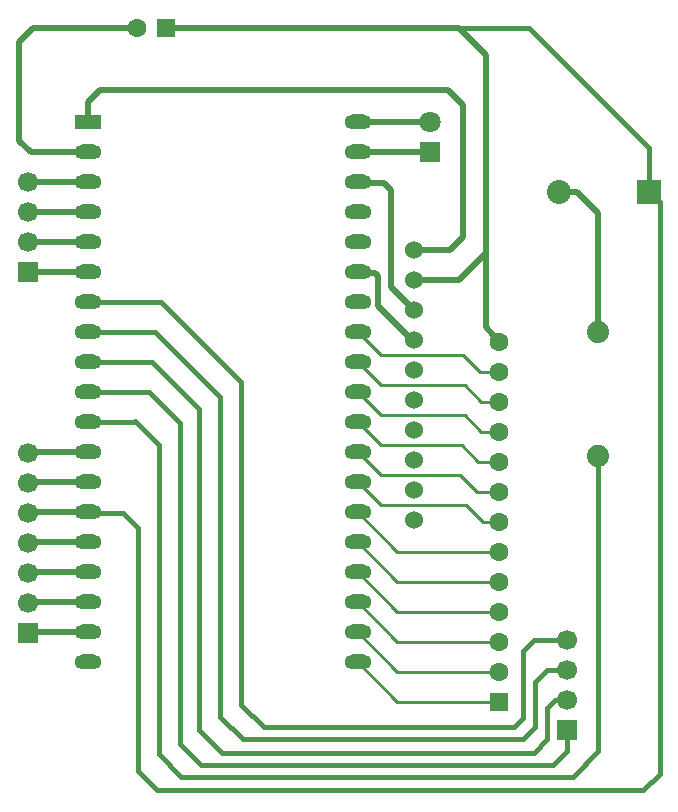
<source format=gbl>
G04 Layer: BottomLayer*
G04 EasyEDA v6.5.23, 2023-06-13 11:48:38*
G04 e563b856323e489fb497cbcb29ae2dd2,10*
G04 Gerber Generator version 0.2*
G04 Scale: 100 percent, Rotated: No, Reflected: No *
G04 Dimensions in millimeters *
G04 leading zeros omitted , absolute positions ,4 integer and 5 decimal *
%FSLAX45Y45*%
%MOMM*%

%ADD10C,0.4000*%
%ADD11C,0.5000*%
%ADD12C,0.2200*%
%ADD13C,1.5240*%
%ADD14C,1.8796*%
%ADD15R,2.0320X2.0320*%
%ADD16C,2.0320*%
%ADD17R,2.2860X1.2700*%
%ADD18O,2.286X1.27*%
%ADD19C,1.6000*%
%ADD20R,1.6000X1.6000*%
%ADD21R,1.7000X1.7000*%
%ADD22C,1.7000*%
%ADD23R,1.8000X1.8000*%
%ADD24C,1.8000*%

%LPD*%
D10*
X756920Y2506979D02*
G01*
X762000Y2501900D01*
X1054100Y2501900D01*
X1181100Y2374900D01*
X1181100Y317500D01*
X1346200Y152400D01*
X5461000Y152400D01*
X5600700Y292100D01*
X5600700Y5130800D01*
X5511800Y5219700D01*
X5080000Y2980207D02*
G01*
X5080000Y482600D01*
X4864100Y266700D01*
X1549400Y266700D01*
X1358900Y457200D01*
X1358900Y3073400D01*
X1155700Y3276600D01*
X1148079Y3268979D01*
X756920Y3268979D01*
D11*
X5080000Y4030192D02*
G01*
X5080000Y5041900D01*
X4902200Y5219700D01*
X4750793Y5219700D01*
D10*
X756920Y3522979D02*
G01*
X1277620Y3522979D01*
X1536700Y3263900D01*
X1536700Y546100D01*
X1714500Y368300D01*
X4699000Y368300D01*
X4813300Y482600D01*
X4813300Y660400D01*
X756920Y3776979D02*
G01*
X1303020Y3776979D01*
X1701800Y3378200D01*
X1701800Y660400D01*
X1892300Y469900D01*
X4533900Y469900D01*
X4648200Y584200D01*
X4648200Y850900D01*
X4711700Y914400D01*
X4813325Y914400D01*
X756920Y4030979D02*
G01*
X1328420Y4030979D01*
X1879600Y3479800D01*
X1879600Y774700D01*
X2070100Y584200D01*
X4445000Y584200D01*
X4546600Y685800D01*
X4546600Y1066800D01*
X4648200Y1168400D01*
X4813325Y1168400D01*
X756920Y4284979D02*
G01*
X1379220Y4284979D01*
X2057400Y3606800D01*
X2057400Y876300D01*
X2247900Y685800D01*
X4368800Y685800D01*
X4445000Y762000D01*
X4445000Y1333500D01*
X4533900Y1422400D01*
X4813325Y1422400D01*
D11*
X756920Y5554979D02*
G01*
X274320Y5554979D01*
X177800Y5651500D01*
X177800Y6489700D01*
X292100Y6604000D01*
X1175004Y6604000D01*
X1424990Y6604000D02*
G01*
X3898900Y6604000D01*
X4127500Y6375400D01*
X4127500Y4699000D01*
X3899408Y4470907D01*
X3519931Y4470907D01*
D10*
X5511800Y5219700D02*
G01*
X5511800Y5588000D01*
X4495800Y6604000D01*
X3632200Y6604000D01*
D11*
X250012Y3011995D02*
G01*
X252996Y3014979D01*
X756996Y3014979D01*
X249986Y1487995D02*
G01*
X252971Y1490979D01*
X756996Y1490979D01*
X250012Y1741995D02*
G01*
X252996Y1744979D01*
X756996Y1744979D01*
X250012Y1995995D02*
G01*
X252996Y1998979D01*
X756996Y1998979D01*
X250012Y2249995D02*
G01*
X252996Y2252979D01*
X756996Y2252979D01*
X250012Y2503995D02*
G01*
X252996Y2506979D01*
X756996Y2506979D01*
X250012Y2757995D02*
G01*
X252996Y2760979D01*
X756996Y2760979D01*
X756996Y4538979D02*
G01*
X751987Y4543988D01*
X249986Y4543988D01*
X756996Y4792979D02*
G01*
X255021Y4792979D01*
X250012Y4797988D01*
X756996Y5046979D02*
G01*
X255021Y5046979D01*
X250012Y5051988D01*
X756996Y5300979D02*
G01*
X255021Y5300979D01*
X250012Y5305988D01*
X266725Y5308600D02*
G01*
X274335Y5300990D01*
D12*
X3042996Y4030992D02*
G01*
X3238588Y3835400D01*
X3937000Y3835400D01*
X4076700Y3695700D01*
X4241800Y3695700D01*
X3042996Y3776992D02*
G01*
X3238588Y3581400D01*
X3949700Y3581400D01*
X4089400Y3441700D01*
X4241800Y3441700D01*
X3042996Y3522992D02*
G01*
X3238588Y3327400D01*
X3949700Y3327400D01*
X4089400Y3187700D01*
X4241800Y3187700D01*
X3042996Y3268992D02*
G01*
X3238588Y3073400D01*
X3924300Y3073400D01*
X4064000Y2933700D01*
X4241800Y2933700D01*
X3042996Y3014992D02*
G01*
X3238588Y2819400D01*
X3911600Y2819400D01*
X4051300Y2679700D01*
X4241800Y2679700D01*
X3042996Y2760992D02*
G01*
X3238588Y2565400D01*
X3962400Y2565400D01*
X4102100Y2425700D01*
X4241800Y2425700D01*
X3042996Y2506992D02*
G01*
X3378288Y2171700D01*
X4241800Y2171700D01*
X3042996Y2252992D02*
G01*
X3378288Y1917700D01*
X4241800Y1917700D01*
X3042996Y1998992D02*
G01*
X3378288Y1663700D01*
X4241800Y1663700D01*
X3042996Y1744992D02*
G01*
X3378288Y1409700D01*
X4241800Y1409700D01*
X3042996Y1490992D02*
G01*
X3378288Y1155700D01*
X4241800Y1155700D01*
X3042996Y1236992D02*
G01*
X3378288Y901700D01*
X4241800Y901700D01*
D11*
X4241800Y3949700D02*
G01*
X4127500Y4076700D01*
X4127500Y4699000D01*
X756920Y5808979D02*
G01*
X762000Y5814060D01*
X762000Y5981700D01*
X863600Y6083300D01*
X3810000Y6083300D01*
X3937000Y5956300D01*
X3937000Y4838700D01*
X3823208Y4724907D01*
X3519931Y4724907D01*
X3042996Y4538992D02*
G01*
X3048088Y4533900D01*
X3187700Y4533900D01*
X3213100Y4508500D01*
X3213100Y4254500D01*
X3504618Y3962981D01*
X3519980Y3962981D01*
X3042996Y5300992D02*
G01*
X3048088Y5295900D01*
X3263900Y5295900D01*
X3327400Y5232400D01*
X3327400Y4409561D01*
X3519980Y4216981D01*
X3042920Y5554979D02*
G01*
X3657600Y5552947D01*
X3042920Y5808979D02*
G01*
X3657600Y5806947D01*
D13*
G01*
X3519982Y2438984D03*
G01*
X3519982Y4724984D03*
G01*
X3519982Y4470984D03*
G01*
X3519982Y4216984D03*
G01*
X3519982Y3962984D03*
G01*
X3519982Y3708984D03*
G01*
X3519982Y3454984D03*
G01*
X3519982Y3200984D03*
G01*
X3519982Y2946984D03*
G01*
X3519982Y2692984D03*
D14*
G01*
X5080000Y2980207D03*
G01*
X5080000Y4030192D03*
D15*
G01*
X5511800Y5219700D03*
D16*
G01*
X4750790Y5219700D03*
D17*
G01*
X756996Y5808979D03*
D18*
G01*
X756996Y5554979D03*
G01*
X756996Y5300979D03*
G01*
X756996Y5046979D03*
G01*
X756996Y4792979D03*
G01*
X756996Y4538979D03*
G01*
X756996Y4284979D03*
G01*
X756996Y4030979D03*
G01*
X756996Y3776979D03*
G01*
X756996Y3522979D03*
G01*
X756996Y3268979D03*
G01*
X756996Y3014979D03*
G01*
X756996Y2760979D03*
G01*
X756996Y2506979D03*
G01*
X756996Y2252979D03*
G01*
X756996Y1998979D03*
G01*
X756996Y1744979D03*
G01*
X756996Y1490979D03*
G01*
X756996Y1236979D03*
G01*
X3042996Y1236979D03*
G01*
X3042996Y1490979D03*
G01*
X3042996Y1744979D03*
G01*
X3042996Y1998979D03*
G01*
X3042996Y2252979D03*
G01*
X3042996Y2506979D03*
G01*
X3042996Y2760979D03*
G01*
X3042996Y3014979D03*
G01*
X3042996Y3268979D03*
G01*
X3042996Y3522979D03*
G01*
X3042996Y3776979D03*
G01*
X3042996Y4030979D03*
G01*
X3042996Y4284979D03*
G01*
X3042996Y4538979D03*
G01*
X3042996Y4792979D03*
G01*
X3042996Y5046979D03*
G01*
X3042996Y5300979D03*
G01*
X3042996Y5554979D03*
G01*
X3042996Y5808979D03*
D19*
G01*
X1175004Y6604000D03*
D20*
G01*
X1424990Y6604000D03*
D21*
G01*
X4813300Y660400D03*
D22*
G01*
X4813325Y914400D03*
G01*
X4813325Y1168400D03*
G01*
X4813325Y1422400D03*
D20*
G01*
X4241800Y901700D03*
D19*
G01*
X4241800Y1155700D03*
G01*
X4241800Y1409700D03*
G01*
X4241800Y1663700D03*
G01*
X4241800Y1917700D03*
G01*
X4241800Y2171700D03*
G01*
X4241800Y2425700D03*
G01*
X4241800Y2679700D03*
G01*
X4241800Y2933700D03*
G01*
X4241800Y3187700D03*
G01*
X4241800Y3441700D03*
G01*
X4241800Y3695700D03*
G01*
X4241800Y3949700D03*
D23*
G01*
X3657600Y5552998D03*
D24*
G01*
X3657600Y5806998D03*
D21*
G01*
X249986Y1487982D03*
D22*
G01*
X250012Y1741982D03*
G01*
X250012Y1995982D03*
G01*
X250012Y2249982D03*
G01*
X250012Y2503982D03*
G01*
X250012Y2757982D03*
G01*
X250012Y3011982D03*
D21*
G01*
X249986Y4543983D03*
D22*
G01*
X250012Y4797983D03*
G01*
X250012Y5051983D03*
G01*
X250012Y5305983D03*
M02*

</source>
